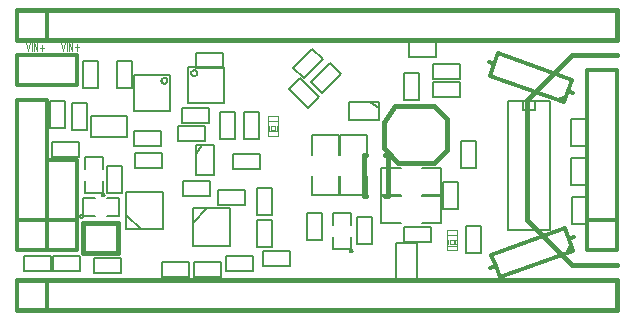
<source format=gto>
G04 (created by PCBNEW-RS274X (2011-05-25)-stable) date Mon 08 Dec 2014 09:37:15 GMT*
G01*
G70*
G90*
%MOIN*%
G04 Gerber Fmt 3.4, Leading zero omitted, Abs format*
%FSLAX34Y34*%
G04 APERTURE LIST*
%ADD10C,0.006000*%
%ADD11C,0.003900*%
%ADD12C,0.004400*%
%ADD13C,0.015000*%
%ADD14C,0.005000*%
%ADD15C,0.008000*%
%ADD16C,0.012000*%
%ADD17C,0.002600*%
%ADD18C,0.004000*%
G04 APERTURE END LIST*
G54D10*
G54D11*
X47965Y-31556D02*
X48024Y-31851D01*
X48083Y-31556D01*
X48142Y-31851D02*
X48142Y-31556D01*
X48226Y-31851D02*
X48226Y-31556D01*
X48327Y-31851D01*
X48327Y-31556D01*
X48411Y-31739D02*
X48546Y-31739D01*
X48479Y-31851D02*
X48479Y-31626D01*
G54D12*
X46803Y-31576D02*
X46862Y-31871D01*
X46921Y-31576D01*
X46980Y-31871D02*
X46980Y-31576D01*
X47064Y-31871D02*
X47064Y-31576D01*
X47165Y-31871D01*
X47165Y-31576D01*
X47249Y-31759D02*
X47384Y-31759D01*
X47317Y-31871D02*
X47317Y-31646D01*
G54D13*
X65000Y-39000D02*
X66500Y-39000D01*
X63500Y-37500D02*
X65000Y-39000D01*
X63500Y-33500D02*
X63500Y-37500D01*
X65000Y-32000D02*
X63500Y-33500D01*
X66500Y-32000D02*
X65000Y-32000D01*
G54D14*
X52456Y-35312D02*
X52656Y-35012D01*
X52456Y-36012D02*
X52456Y-34987D01*
X52456Y-34987D02*
X53056Y-34987D01*
X53056Y-34987D02*
X53056Y-36012D01*
X53056Y-36012D02*
X52456Y-36012D01*
X58241Y-33568D02*
X58541Y-33768D01*
X57541Y-33568D02*
X58566Y-33568D01*
X58566Y-33568D02*
X58566Y-34168D01*
X58566Y-34168D02*
X57541Y-34168D01*
X57541Y-34168D02*
X57541Y-33568D01*
X50167Y-34040D02*
X50167Y-34740D01*
X50167Y-34740D02*
X48967Y-34740D01*
X48967Y-34740D02*
X48967Y-34040D01*
X48967Y-34040D02*
X50167Y-34040D01*
X59119Y-38258D02*
X59819Y-38258D01*
X59819Y-38258D02*
X59819Y-39458D01*
X59819Y-39458D02*
X59119Y-39458D01*
X59119Y-39458D02*
X59119Y-38258D01*
G54D15*
X64243Y-33539D02*
X64243Y-37839D01*
X64243Y-37839D02*
X62843Y-37839D01*
X62843Y-37839D02*
X62843Y-33539D01*
X62843Y-33539D02*
X64243Y-33539D01*
X63743Y-33539D02*
X63743Y-33839D01*
X63743Y-33839D02*
X63343Y-33839D01*
X63343Y-33839D02*
X63343Y-33539D01*
G54D14*
X49405Y-36654D02*
X49404Y-36663D01*
X49401Y-36673D01*
X49396Y-36681D01*
X49390Y-36689D01*
X49382Y-36695D01*
X49374Y-36700D01*
X49365Y-36702D01*
X49355Y-36703D01*
X49346Y-36703D01*
X49337Y-36700D01*
X49328Y-36695D01*
X49321Y-36689D01*
X49314Y-36682D01*
X49310Y-36673D01*
X49307Y-36664D01*
X49306Y-36654D01*
X49306Y-36645D01*
X49309Y-36636D01*
X49313Y-36627D01*
X49320Y-36620D01*
X49327Y-36613D01*
X49335Y-36609D01*
X49345Y-36606D01*
X49354Y-36605D01*
X49363Y-36605D01*
X49373Y-36608D01*
X49381Y-36612D01*
X49389Y-36618D01*
X49395Y-36626D01*
X49400Y-36634D01*
X49403Y-36643D01*
X49404Y-36653D01*
X49405Y-36654D01*
X49355Y-36204D02*
X49355Y-36604D01*
X49355Y-36604D02*
X48755Y-36604D01*
X48755Y-36604D02*
X48755Y-36204D01*
X48755Y-35804D02*
X48755Y-35404D01*
X48755Y-35404D02*
X49355Y-35404D01*
X49355Y-35404D02*
X49355Y-35804D01*
X48691Y-37367D02*
X48690Y-37376D01*
X48687Y-37386D01*
X48682Y-37394D01*
X48676Y-37402D01*
X48668Y-37408D01*
X48660Y-37413D01*
X48651Y-37415D01*
X48641Y-37416D01*
X48632Y-37416D01*
X48623Y-37413D01*
X48614Y-37408D01*
X48607Y-37402D01*
X48600Y-37395D01*
X48596Y-37386D01*
X48593Y-37377D01*
X48592Y-37367D01*
X48592Y-37358D01*
X48595Y-37349D01*
X48599Y-37340D01*
X48606Y-37333D01*
X48613Y-37326D01*
X48621Y-37322D01*
X48631Y-37319D01*
X48640Y-37318D01*
X48649Y-37318D01*
X48659Y-37321D01*
X48667Y-37325D01*
X48675Y-37331D01*
X48681Y-37339D01*
X48686Y-37347D01*
X48689Y-37356D01*
X48690Y-37366D01*
X48691Y-37367D01*
X49091Y-37367D02*
X48691Y-37367D01*
X48691Y-37367D02*
X48691Y-36767D01*
X48691Y-36767D02*
X49091Y-36767D01*
X49491Y-36767D02*
X49891Y-36767D01*
X49891Y-36767D02*
X49891Y-37367D01*
X49891Y-37367D02*
X49491Y-37367D01*
X60440Y-32071D02*
X59540Y-32071D01*
X59540Y-32071D02*
X59540Y-31571D01*
X59540Y-31571D02*
X60440Y-31571D01*
X60440Y-31571D02*
X60440Y-32071D01*
X61257Y-32789D02*
X60357Y-32789D01*
X60357Y-32789D02*
X60357Y-32289D01*
X60357Y-32289D02*
X61257Y-32289D01*
X61257Y-32289D02*
X61257Y-32789D01*
X54053Y-34781D02*
X54053Y-33881D01*
X54053Y-33881D02*
X54553Y-33881D01*
X54553Y-33881D02*
X54553Y-34781D01*
X54553Y-34781D02*
X54053Y-34781D01*
X55588Y-39030D02*
X54688Y-39030D01*
X54688Y-39030D02*
X54688Y-38530D01*
X54688Y-38530D02*
X55588Y-38530D01*
X55588Y-38530D02*
X55588Y-39030D01*
X60675Y-37123D02*
X60675Y-36223D01*
X60675Y-36223D02*
X61175Y-36223D01*
X61175Y-36223D02*
X61175Y-37123D01*
X61175Y-37123D02*
X60675Y-37123D01*
X61443Y-38600D02*
X61443Y-37700D01*
X61443Y-37700D02*
X61943Y-37700D01*
X61943Y-37700D02*
X61943Y-38600D01*
X61943Y-38600D02*
X61443Y-38600D01*
X46715Y-38707D02*
X47615Y-38707D01*
X47615Y-38707D02*
X47615Y-39207D01*
X47615Y-39207D02*
X46715Y-39207D01*
X46715Y-39207D02*
X46715Y-38707D01*
X53250Y-34800D02*
X53250Y-33900D01*
X53250Y-33900D02*
X53750Y-33900D01*
X53750Y-33900D02*
X53750Y-34800D01*
X53750Y-34800D02*
X53250Y-34800D01*
X52222Y-39384D02*
X51322Y-39384D01*
X51322Y-39384D02*
X51322Y-38884D01*
X51322Y-38884D02*
X52222Y-38884D01*
X52222Y-38884D02*
X52222Y-39384D01*
X56204Y-33763D02*
X55568Y-33127D01*
X55568Y-33127D02*
X55922Y-32773D01*
X55922Y-32773D02*
X56558Y-33409D01*
X56558Y-33409D02*
X56204Y-33763D01*
X54348Y-39187D02*
X53448Y-39187D01*
X53448Y-39187D02*
X53448Y-38687D01*
X53448Y-38687D02*
X54348Y-38687D01*
X54348Y-38687D02*
X54348Y-39187D01*
X51991Y-33766D02*
X52891Y-33766D01*
X52891Y-33766D02*
X52891Y-34266D01*
X52891Y-34266D02*
X51991Y-34266D01*
X51991Y-34266D02*
X51991Y-33766D01*
X54584Y-35781D02*
X53684Y-35781D01*
X53684Y-35781D02*
X53684Y-35281D01*
X53684Y-35281D02*
X54584Y-35281D01*
X54584Y-35281D02*
X54584Y-35781D01*
X54994Y-37503D02*
X54994Y-38403D01*
X54994Y-38403D02*
X54494Y-38403D01*
X54494Y-38403D02*
X54494Y-37503D01*
X54494Y-37503D02*
X54994Y-37503D01*
X54995Y-36430D02*
X54995Y-37330D01*
X54995Y-37330D02*
X54495Y-37330D01*
X54495Y-37330D02*
X54495Y-36430D01*
X54495Y-36430D02*
X54995Y-36430D01*
X50375Y-34525D02*
X51275Y-34525D01*
X51275Y-34525D02*
X51275Y-35025D01*
X51275Y-35025D02*
X50375Y-35025D01*
X50375Y-35025D02*
X50375Y-34525D01*
X49187Y-32188D02*
X49187Y-33088D01*
X49187Y-33088D02*
X48687Y-33088D01*
X48687Y-33088D02*
X48687Y-32188D01*
X48687Y-32188D02*
X49187Y-32188D01*
X47604Y-34426D02*
X47604Y-33526D01*
X47604Y-33526D02*
X48104Y-33526D01*
X48104Y-33526D02*
X48104Y-34426D01*
X48104Y-34426D02*
X47604Y-34426D01*
X47660Y-34888D02*
X48560Y-34888D01*
X48560Y-34888D02*
X48560Y-35388D01*
X48560Y-35388D02*
X47660Y-35388D01*
X47660Y-35388D02*
X47660Y-34888D01*
X55686Y-32424D02*
X56322Y-31788D01*
X56322Y-31788D02*
X56676Y-32142D01*
X56676Y-32142D02*
X56040Y-32778D01*
X56040Y-32778D02*
X55686Y-32424D01*
X48600Y-39207D02*
X47700Y-39207D01*
X47700Y-39207D02*
X47700Y-38707D01*
X47700Y-38707D02*
X48600Y-38707D01*
X48600Y-38707D02*
X48600Y-39207D01*
X49994Y-35692D02*
X49994Y-36592D01*
X49994Y-36592D02*
X49494Y-36592D01*
X49494Y-36592D02*
X49494Y-35692D01*
X49494Y-35692D02*
X49994Y-35692D01*
X61797Y-34857D02*
X61797Y-35757D01*
X61797Y-35757D02*
X61297Y-35757D01*
X61297Y-35757D02*
X61297Y-34857D01*
X61297Y-34857D02*
X61797Y-34857D01*
X57821Y-38285D02*
X57821Y-37385D01*
X57821Y-37385D02*
X58321Y-37385D01*
X58321Y-37385D02*
X58321Y-38285D01*
X58321Y-38285D02*
X57821Y-38285D01*
X60304Y-38226D02*
X59404Y-38226D01*
X59404Y-38226D02*
X59404Y-37726D01*
X59404Y-37726D02*
X60304Y-37726D01*
X60304Y-37726D02*
X60304Y-38226D01*
X61257Y-33380D02*
X60357Y-33380D01*
X60357Y-33380D02*
X60357Y-32880D01*
X60357Y-32880D02*
X61257Y-32880D01*
X61257Y-32880D02*
X61257Y-33380D01*
X59896Y-32591D02*
X59896Y-33491D01*
X59896Y-33491D02*
X59396Y-33491D01*
X59396Y-33491D02*
X59396Y-32591D01*
X59396Y-32591D02*
X59896Y-32591D01*
X65486Y-36715D02*
X65486Y-37615D01*
X65486Y-37615D02*
X64986Y-37615D01*
X64986Y-37615D02*
X64986Y-36715D01*
X64986Y-36715D02*
X65486Y-36715D01*
X52385Y-38884D02*
X53285Y-38884D01*
X53285Y-38884D02*
X53285Y-39384D01*
X53285Y-39384D02*
X52385Y-39384D01*
X52385Y-39384D02*
X52385Y-38884D01*
X49829Y-33107D02*
X49829Y-32207D01*
X49829Y-32207D02*
X50329Y-32207D01*
X50329Y-32207D02*
X50329Y-33107D01*
X50329Y-33107D02*
X49829Y-33107D01*
X54092Y-37002D02*
X53192Y-37002D01*
X53192Y-37002D02*
X53192Y-36502D01*
X53192Y-36502D02*
X54092Y-36502D01*
X54092Y-36502D02*
X54092Y-37002D01*
X56148Y-38176D02*
X56148Y-37276D01*
X56148Y-37276D02*
X56648Y-37276D01*
X56648Y-37276D02*
X56648Y-38176D01*
X56648Y-38176D02*
X56148Y-38176D01*
X52463Y-31915D02*
X53363Y-31915D01*
X53363Y-31915D02*
X53363Y-32415D01*
X53363Y-32415D02*
X52463Y-32415D01*
X52463Y-32415D02*
X52463Y-31915D01*
X52911Y-36707D02*
X52011Y-36707D01*
X52011Y-36707D02*
X52011Y-36207D01*
X52011Y-36207D02*
X52911Y-36207D01*
X52911Y-36207D02*
X52911Y-36707D01*
X50416Y-35262D02*
X51316Y-35262D01*
X51316Y-35262D02*
X51316Y-35762D01*
X51316Y-35762D02*
X50416Y-35762D01*
X50416Y-35762D02*
X50416Y-35262D01*
X48833Y-33585D02*
X48833Y-34485D01*
X48833Y-34485D02*
X48333Y-34485D01*
X48333Y-34485D02*
X48333Y-33585D01*
X48333Y-33585D02*
X48833Y-33585D01*
X52753Y-34856D02*
X51853Y-34856D01*
X51853Y-34856D02*
X51853Y-34356D01*
X51853Y-34356D02*
X52753Y-34356D01*
X52753Y-34356D02*
X52753Y-34856D01*
X49938Y-39246D02*
X49038Y-39246D01*
X49038Y-39246D02*
X49038Y-38746D01*
X49038Y-38746D02*
X49938Y-38746D01*
X49938Y-38746D02*
X49938Y-39246D01*
G54D16*
X66500Y-38500D02*
X65500Y-38500D01*
X65500Y-38500D02*
X65500Y-32500D01*
X65500Y-32500D02*
X66500Y-32500D01*
X66500Y-32500D02*
X66500Y-38500D01*
X66500Y-37500D02*
X65500Y-37500D01*
X47500Y-38500D02*
X46500Y-38500D01*
X46500Y-38500D02*
X46500Y-33500D01*
X46500Y-33500D02*
X47500Y-33500D01*
X47500Y-33500D02*
X47500Y-38500D01*
X47500Y-37500D02*
X46500Y-37500D01*
X48500Y-38500D02*
X47500Y-38500D01*
X47500Y-38500D02*
X47500Y-35500D01*
X47500Y-35500D02*
X48500Y-35500D01*
X48500Y-35500D02*
X48500Y-38500D01*
X47500Y-37500D02*
X48500Y-37500D01*
X48500Y-32000D02*
X48500Y-33000D01*
X48500Y-33000D02*
X46500Y-33000D01*
X46500Y-33000D02*
X46500Y-32000D01*
X46500Y-32000D02*
X48500Y-32000D01*
G54D15*
X52350Y-37600D02*
X52825Y-37100D01*
X52350Y-37100D02*
X52350Y-38350D01*
X52350Y-38350D02*
X53600Y-38350D01*
X53600Y-38350D02*
X53600Y-37100D01*
X53600Y-37100D02*
X52350Y-37100D01*
X50615Y-37805D02*
X50115Y-37330D01*
X50115Y-37805D02*
X51365Y-37805D01*
X51365Y-37805D02*
X51365Y-36555D01*
X51365Y-36555D02*
X50115Y-36555D01*
X50115Y-36555D02*
X50115Y-37805D01*
X51500Y-32850D02*
X51498Y-32869D01*
X51492Y-32888D01*
X51483Y-32905D01*
X51470Y-32920D01*
X51455Y-32932D01*
X51438Y-32942D01*
X51420Y-32947D01*
X51400Y-32949D01*
X51382Y-32948D01*
X51363Y-32942D01*
X51346Y-32933D01*
X51331Y-32921D01*
X51318Y-32906D01*
X51309Y-32889D01*
X51303Y-32870D01*
X51301Y-32851D01*
X51302Y-32832D01*
X51308Y-32814D01*
X51316Y-32796D01*
X51329Y-32781D01*
X51343Y-32768D01*
X51360Y-32759D01*
X51379Y-32753D01*
X51398Y-32751D01*
X51417Y-32752D01*
X51436Y-32757D01*
X51453Y-32766D01*
X51468Y-32778D01*
X51481Y-32793D01*
X51491Y-32810D01*
X51497Y-32828D01*
X51499Y-32848D01*
X51500Y-32850D01*
X50400Y-32650D02*
X51600Y-32650D01*
X51600Y-32650D02*
X51600Y-33850D01*
X51600Y-33850D02*
X50400Y-33850D01*
X50400Y-33850D02*
X50400Y-32650D01*
X52495Y-32596D02*
X52493Y-32615D01*
X52487Y-32634D01*
X52478Y-32651D01*
X52465Y-32666D01*
X52450Y-32678D01*
X52433Y-32688D01*
X52415Y-32693D01*
X52395Y-32695D01*
X52377Y-32694D01*
X52358Y-32688D01*
X52341Y-32679D01*
X52326Y-32667D01*
X52313Y-32652D01*
X52304Y-32635D01*
X52298Y-32616D01*
X52296Y-32597D01*
X52297Y-32578D01*
X52303Y-32560D01*
X52311Y-32542D01*
X52324Y-32527D01*
X52338Y-32514D01*
X52355Y-32505D01*
X52374Y-32499D01*
X52393Y-32497D01*
X52412Y-32498D01*
X52431Y-32503D01*
X52448Y-32512D01*
X52463Y-32524D01*
X52476Y-32539D01*
X52486Y-32556D01*
X52492Y-32574D01*
X52494Y-32594D01*
X52495Y-32596D01*
X52195Y-33596D02*
X52195Y-32396D01*
X52195Y-32396D02*
X53395Y-32396D01*
X53395Y-32396D02*
X53395Y-33596D01*
X53395Y-33596D02*
X52195Y-33596D01*
G54D17*
X55197Y-34539D02*
X54843Y-34539D01*
X54843Y-34539D02*
X54843Y-34696D01*
X55197Y-34696D02*
X54843Y-34696D01*
X55197Y-34539D02*
X55197Y-34696D01*
X55197Y-34028D02*
X54843Y-34028D01*
X54843Y-34028D02*
X54843Y-34185D01*
X55197Y-34185D02*
X54843Y-34185D01*
X55197Y-34028D02*
X55197Y-34185D01*
X55197Y-34362D02*
X55138Y-34362D01*
X55138Y-34362D02*
X55138Y-34480D01*
X55197Y-34480D02*
X55138Y-34480D01*
X55197Y-34362D02*
X55197Y-34480D01*
X54902Y-34362D02*
X54843Y-34362D01*
X54843Y-34362D02*
X54843Y-34480D01*
X54902Y-34480D02*
X54843Y-34480D01*
X54902Y-34362D02*
X54902Y-34480D01*
X55079Y-34362D02*
X54961Y-34362D01*
X54961Y-34362D02*
X54961Y-34480D01*
X55079Y-34480D02*
X54961Y-34480D01*
X55079Y-34362D02*
X55079Y-34480D01*
G54D18*
X55177Y-34539D02*
X55177Y-34185D01*
X54863Y-34539D02*
X54863Y-34185D01*
G54D17*
X61161Y-38346D02*
X60807Y-38346D01*
X60807Y-38346D02*
X60807Y-38503D01*
X61161Y-38503D02*
X60807Y-38503D01*
X61161Y-38346D02*
X61161Y-38503D01*
X61161Y-37835D02*
X60807Y-37835D01*
X60807Y-37835D02*
X60807Y-37992D01*
X61161Y-37992D02*
X60807Y-37992D01*
X61161Y-37835D02*
X61161Y-37992D01*
X61161Y-38169D02*
X61102Y-38169D01*
X61102Y-38169D02*
X61102Y-38287D01*
X61161Y-38287D02*
X61102Y-38287D01*
X61161Y-38169D02*
X61161Y-38287D01*
X60866Y-38169D02*
X60807Y-38169D01*
X60807Y-38169D02*
X60807Y-38287D01*
X60866Y-38287D02*
X60807Y-38287D01*
X60866Y-38169D02*
X60866Y-38287D01*
X61043Y-38169D02*
X60925Y-38169D01*
X60925Y-38169D02*
X60925Y-38287D01*
X61043Y-38287D02*
X60925Y-38287D01*
X61043Y-38169D02*
X61043Y-38287D01*
G54D18*
X61141Y-38346D02*
X61141Y-37992D01*
X60827Y-38346D02*
X60827Y-37992D01*
G54D13*
X58839Y-36712D02*
X58760Y-36712D01*
X58839Y-35334D02*
X58760Y-35334D01*
X58839Y-36712D02*
X58839Y-35334D01*
X58130Y-35334D02*
X58051Y-35334D01*
X58051Y-35334D02*
X58051Y-36712D01*
X58051Y-36712D02*
X58130Y-36712D01*
X60403Y-35580D02*
X59182Y-35580D01*
X59182Y-35580D02*
X58710Y-35107D01*
X58710Y-35107D02*
X58710Y-34241D01*
X58710Y-34241D02*
X59104Y-33690D01*
X59104Y-33690D02*
X60403Y-33690D01*
X60403Y-33690D02*
X60836Y-34123D01*
X60836Y-34123D02*
X60836Y-35147D01*
X60836Y-35147D02*
X60403Y-35580D01*
X66500Y-40500D02*
X66500Y-39500D01*
X46500Y-40500D02*
X66500Y-40500D01*
X46500Y-39500D02*
X66500Y-39500D01*
G54D16*
X46500Y-40500D02*
X46500Y-39500D01*
X47500Y-39500D02*
X47500Y-40500D01*
G54D13*
X66500Y-31500D02*
X66500Y-30500D01*
X46500Y-31500D02*
X66500Y-31500D01*
X46500Y-30500D02*
X66500Y-30500D01*
G54D16*
X46500Y-31500D02*
X46500Y-30500D01*
X47500Y-30500D02*
X47500Y-31500D01*
G54D13*
X49863Y-37602D02*
X49863Y-38586D01*
X49863Y-38586D02*
X48681Y-38586D01*
X48681Y-38586D02*
X48681Y-37602D01*
X48681Y-37602D02*
X49863Y-37602D01*
G54D16*
X65032Y-33269D02*
X64844Y-33201D01*
X62212Y-32243D02*
X62400Y-32311D01*
X62400Y-32311D02*
X62264Y-32687D01*
X62264Y-32687D02*
X64707Y-33577D01*
X64707Y-33577D02*
X64980Y-32825D01*
X64980Y-32825D02*
X62537Y-31935D01*
X62537Y-31935D02*
X62400Y-32311D01*
X64775Y-33389D02*
X64519Y-33508D01*
X65071Y-38070D02*
X64883Y-38138D01*
X62251Y-39096D02*
X62439Y-39028D01*
X62439Y-39028D02*
X62576Y-39404D01*
X62576Y-39404D02*
X65019Y-38514D01*
X65019Y-38514D02*
X64746Y-37762D01*
X64746Y-37762D02*
X62303Y-38652D01*
X62303Y-38652D02*
X62439Y-39028D01*
X64951Y-38326D02*
X64831Y-38583D01*
G54D14*
X65447Y-35436D02*
X65447Y-36336D01*
X65447Y-36336D02*
X64947Y-36336D01*
X64947Y-36336D02*
X64947Y-35436D01*
X64947Y-35436D02*
X65447Y-35436D01*
X65467Y-34117D02*
X65467Y-35017D01*
X65467Y-35017D02*
X64967Y-35017D01*
X64967Y-35017D02*
X64967Y-34117D01*
X64967Y-34117D02*
X65467Y-34117D01*
X60626Y-36670D02*
X60626Y-35770D01*
X60626Y-35770D02*
X59976Y-35770D01*
X59276Y-36670D02*
X58626Y-36670D01*
X58626Y-36670D02*
X58626Y-35770D01*
X58626Y-35770D02*
X59276Y-35770D01*
X59976Y-36670D02*
X60626Y-36670D01*
X57673Y-38524D02*
X57672Y-38533D01*
X57669Y-38543D01*
X57664Y-38551D01*
X57658Y-38559D01*
X57650Y-38565D01*
X57642Y-38570D01*
X57633Y-38572D01*
X57623Y-38573D01*
X57614Y-38573D01*
X57605Y-38570D01*
X57596Y-38565D01*
X57589Y-38559D01*
X57582Y-38552D01*
X57578Y-38543D01*
X57575Y-38534D01*
X57574Y-38524D01*
X57574Y-38515D01*
X57577Y-38506D01*
X57581Y-38497D01*
X57588Y-38490D01*
X57595Y-38483D01*
X57603Y-38479D01*
X57613Y-38476D01*
X57622Y-38475D01*
X57631Y-38475D01*
X57641Y-38478D01*
X57649Y-38482D01*
X57657Y-38488D01*
X57663Y-38496D01*
X57668Y-38504D01*
X57671Y-38513D01*
X57672Y-38523D01*
X57673Y-38524D01*
X57623Y-38074D02*
X57623Y-38474D01*
X57623Y-38474D02*
X57023Y-38474D01*
X57023Y-38474D02*
X57023Y-38074D01*
X57023Y-37674D02*
X57023Y-37274D01*
X57023Y-37274D02*
X57623Y-37274D01*
X57623Y-37274D02*
X57623Y-37674D01*
X60630Y-37604D02*
X60630Y-36704D01*
X60630Y-36704D02*
X59980Y-36704D01*
X59280Y-37604D02*
X58630Y-37604D01*
X58630Y-37604D02*
X58630Y-36704D01*
X58630Y-36704D02*
X59280Y-36704D01*
X59980Y-37604D02*
X60630Y-37604D01*
X57222Y-34669D02*
X56322Y-34669D01*
X56322Y-34669D02*
X56322Y-35319D01*
X57222Y-36019D02*
X57222Y-36669D01*
X57222Y-36669D02*
X56322Y-36669D01*
X56322Y-36669D02*
X56322Y-36019D01*
X57222Y-35319D02*
X57222Y-34669D01*
X56300Y-32905D02*
X56936Y-32269D01*
X56936Y-32269D02*
X57290Y-32623D01*
X57290Y-32623D02*
X56654Y-33259D01*
X56654Y-33259D02*
X56300Y-32905D01*
X58167Y-34669D02*
X57267Y-34669D01*
X57267Y-34669D02*
X57267Y-35319D01*
X58167Y-36019D02*
X58167Y-36669D01*
X58167Y-36669D02*
X57267Y-36669D01*
X57267Y-36669D02*
X57267Y-36019D01*
X58167Y-35319D02*
X58167Y-34669D01*
M02*

</source>
